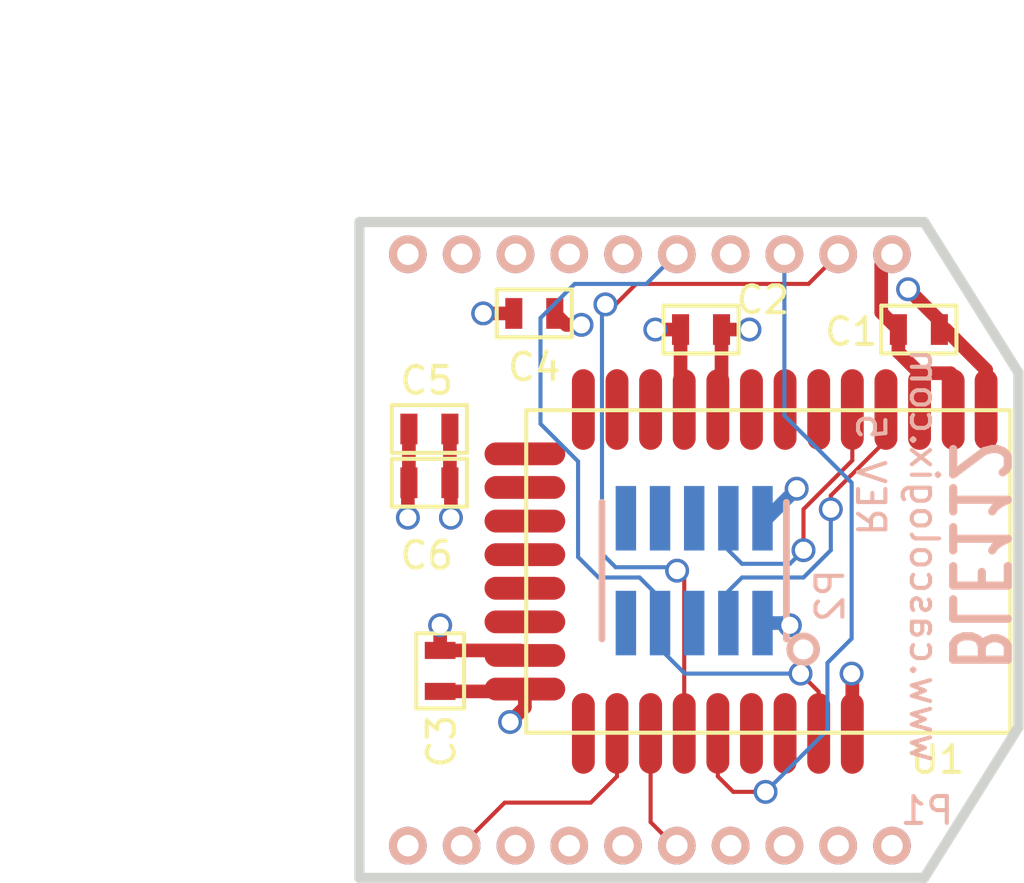
<source format=kicad_pcb>
(kicad_pcb (version 4) (host pcbnew "(2015-07-11 BZR 5925, Git c291b88)-product")

  (general
    (links 30)
    (no_connects 0)
    (area 85.517999 72.8948 129.691934 105.190501)
    (thickness 1.6002)
    (drawings 12)
    (tracks 127)
    (zones 0)
    (modules 9)
    (nets 43)
  )

  (page USLetter)
  (title_block
    (date 2015-07-15)
    (rev 5.0)
  )

  (layers
    (0 Front signal)
    (1 Pwr.Cu signal)
    (2 Gnd.Cu signal)
    (31 Back signal)
    (32 B.Adhes user)
    (33 F.Adhes user)
    (34 B.Paste user)
    (35 F.Paste user)
    (36 B.SilkS user)
    (37 F.SilkS user)
    (38 B.Mask user)
    (39 F.Mask user)
    (40 Dwgs.User user)
    (41 Cmts.User user)
    (42 Eco1.User user)
    (43 Eco2.User user)
    (44 Edge.Cuts user)
  )

  (setup
    (last_trace_width 0.1524)
    (user_trace_width 0.2032)
    (user_trace_width 0.254)
    (user_trace_width 0.381)
    (user_trace_width 0.508)
    (user_trace_width 0.635)
    (user_trace_width 0.762)
    (user_trace_width 0.889)
    (user_trace_width 1.016)
    (user_trace_width 1.27)
    (user_trace_width 1.524)
    (user_trace_width 2.032)
    (user_trace_width 2.54)
    (trace_clearance 0.1524)
    (zone_clearance 0.254)
    (zone_45_only no)
    (trace_min 0.1524)
    (segment_width 0.254)
    (edge_width 0.381)
    (via_size 0.889)
    (via_drill 0.635)
    (via_min_size 0.889)
    (via_min_drill 0.508)
    (uvia_size 0.508)
    (uvia_drill 0.127)
    (uvias_allowed no)
    (uvia_min_size 0.508)
    (uvia_min_drill 0.127)
    (pcb_text_width 0.3048)
    (pcb_text_size 1.524 2.032)
    (mod_edge_width 0.1524)
    (mod_text_size 1 1)
    (mod_text_width 0.1524)
    (pad_size 0.76 2.4)
    (pad_drill 0)
    (pad_to_mask_clearance 0.254)
    (aux_axis_origin 99 105)
    (grid_origin 99 105)
    (visible_elements 7FFEFFFF)
    (pcbplotparams
      (layerselection 0x011fc_80000007)
      (usegerberextensions false)
      (excludeedgelayer false)
      (linewidth 0.150000)
      (plotframeref true)
      (viasonmask false)
      (mode 1)
      (useauxorigin false)
      (hpglpennumber 1)
      (hpglpenspeed 20)
      (hpglpendiameter 15)
      (hpglpenoverlay 2)
      (psnegative false)
      (psa4output false)
      (plotreference true)
      (plotvalue false)
      (plotinvisibletext false)
      (padsonsilk false)
      (subtractmaskfromsilk false)
      (outputformat 4)
      (mirror false)
      (drillshape 0)
      (scaleselection 1)
      (outputdirectory P:/Engineering_SECURE/Projects/Bluetooth_LE/BlueGiga_BLE112_XBee_Module/Hardware/Drawing/))
  )

  (net 0 "")
  (net 1 CT)
  (net 2 GND)
  (net 3 P2_1)
  (net 4 P2_2)
  (net 5 RESET)
  (net 6 RT)
  (net 7 RX)
  (net 8 TX)
  (net 9 +3V3)
  (net 10 "Net-(P1-Pad6)")
  (net 11 "Net-(P1-Pad8)")
  (net 12 "Net-(U1-Pad6)")
  (net 13 "Net-(U1-Pad7)")
  (net 14 "Net-(U1-Pad8)")
  (net 15 "Net-(U1-Pad11)")
  (net 16 "Net-(U1-Pad12)")
  (net 17 "Net-(U1-Pad13)")
  (net 18 "Net-(U1-Pad14)")
  (net 19 "Net-(U1-Pad15)")
  (net 20 "Net-(U1-Pad16)")
  (net 21 "Net-(U1-Pad17)")
  (net 22 "Net-(U1-Pad18)")
  (net 23 "Net-(U1-Pad19)")
  (net 24 "Net-(U1-Pad22)")
  (net 25 "Net-(U1-Pad27)")
  (net 26 "Net-(U1-Pad28)")
  (net 27 "Net-(P1-Pad11)")
  (net 28 "Net-(P1-Pad13)")
  (net 29 "Net-(P1-Pad14)")
  (net 30 "Net-(P1-Pad15)")
  (net 31 "Net-(P1-Pad17)")
  (net 32 "Net-(P1-Pad18)")
  (net 33 "Net-(P1-Pad19)")
  (net 34 "Net-(P1-Pad20)")
  (net 35 "Net-(P1-Pad4)")
  (net 36 "Net-(P1-Pad7)")
  (net 37 "Net-(P1-Pad9)")
  (net 38 "Net-(P2-Pad5)")
  (net 39 "Net-(P2-Pad6)")
  (net 40 "Net-(P2-Pad8)")
  (net 41 "Net-(P2-Pad10)")
  (net 42 "Net-(P2-Pad9)")

  (net_class Default "This is the default net class."
    (clearance 0.1524)
    (trace_width 0.1524)
    (via_dia 0.889)
    (via_drill 0.635)
    (uvia_dia 0.508)
    (uvia_drill 0.127)
    (add_net +3V3)
    (add_net CT)
    (add_net "Net-(P1-Pad11)")
    (add_net "Net-(P1-Pad13)")
    (add_net "Net-(P1-Pad14)")
    (add_net "Net-(P1-Pad15)")
    (add_net "Net-(P1-Pad17)")
    (add_net "Net-(P1-Pad18)")
    (add_net "Net-(P1-Pad19)")
    (add_net "Net-(P1-Pad20)")
    (add_net "Net-(P1-Pad4)")
    (add_net "Net-(P1-Pad6)")
    (add_net "Net-(P1-Pad7)")
    (add_net "Net-(P1-Pad8)")
    (add_net "Net-(P1-Pad9)")
    (add_net "Net-(P2-Pad10)")
    (add_net "Net-(P2-Pad5)")
    (add_net "Net-(P2-Pad6)")
    (add_net "Net-(P2-Pad8)")
    (add_net "Net-(P2-Pad9)")
    (add_net "Net-(U1-Pad11)")
    (add_net "Net-(U1-Pad12)")
    (add_net "Net-(U1-Pad13)")
    (add_net "Net-(U1-Pad14)")
    (add_net "Net-(U1-Pad15)")
    (add_net "Net-(U1-Pad16)")
    (add_net "Net-(U1-Pad17)")
    (add_net "Net-(U1-Pad18)")
    (add_net "Net-(U1-Pad19)")
    (add_net "Net-(U1-Pad22)")
    (add_net "Net-(U1-Pad27)")
    (add_net "Net-(U1-Pad28)")
    (add_net "Net-(U1-Pad6)")
    (add_net "Net-(U1-Pad7)")
    (add_net "Net-(U1-Pad8)")
    (add_net P2_1)
    (add_net P2_2)
    (add_net RESET)
    (add_net RT)
    (add_net RX)
    (add_net TX)
  )

  (net_class Power ""
    (clearance 0.1524)
    (trace_width 0.508)
    (via_dia 0.889)
    (via_drill 0.635)
    (uvia_dia 0.508)
    (uvia_drill 0.127)
    (add_net GND)
  )

  (module HEADER_XBEE (layer Back) (tedit 553B9B3C) (tstamp 54542454)
    (at 118.8 92.8 90)
    (path /52660248)
    (fp_text reference P1 (at -9.7 1.3 180) (layer B.SilkS)
      (effects (font (size 1 1) (thickness 0.1524)) (justify mirror))
    )
    (fp_text value "XBEE HEADER" (at 0 2 90) (layer B.SilkS) hide
      (effects (font (size 1 1) (thickness 0.1524)) (justify mirror))
    )
    (pad 11 thru_hole circle (at -11 -18 90) (size 1.4 1.4) (drill 0.8) (layers *.Cu *.Mask B.SilkS)
      (net 27 "Net-(P1-Pad11)"))
    (pad 12 thru_hole circle (at -11 -16 90) (size 1.4 1.4) (drill 0.8) (layers *.Cu *.Mask B.SilkS)
      (net 6 RT))
    (pad 13 thru_hole circle (at -11 -14 90) (size 1.4 1.4) (drill 0.8) (layers *.Cu *.Mask B.SilkS)
      (net 28 "Net-(P1-Pad13)"))
    (pad 14 thru_hole circle (at -11 -12 90) (size 1.4 1.4) (drill 0.8) (layers *.Cu *.Mask B.SilkS)
      (net 29 "Net-(P1-Pad14)"))
    (pad 15 thru_hole circle (at -11 -10 90) (size 1.4 1.4) (drill 0.8) (layers *.Cu *.Mask B.SilkS)
      (net 30 "Net-(P1-Pad15)"))
    (pad 16 thru_hole circle (at -11 -8 90) (size 1.4 1.4) (drill 0.8) (layers *.Cu *.Mask B.SilkS)
      (net 1 CT))
    (pad 17 thru_hole circle (at -11 -6 90) (size 1.4 1.4) (drill 0.8) (layers *.Cu *.Mask B.SilkS)
      (net 31 "Net-(P1-Pad17)"))
    (pad 18 thru_hole circle (at -11 -4 90) (size 1.4 1.4) (drill 0.8) (layers *.Cu *.Mask B.SilkS)
      (net 32 "Net-(P1-Pad18)"))
    (pad 19 thru_hole circle (at -11 -2 90) (size 1.4 1.4) (drill 0.8) (layers *.Cu *.Mask B.SilkS)
      (net 33 "Net-(P1-Pad19)"))
    (pad 20 thru_hole circle (at -11 0 90) (size 1.4 1.4) (drill 0.8) (layers *.Cu *.Mask B.SilkS)
      (net 34 "Net-(P1-Pad20)"))
    (pad 1 thru_hole circle (at 11 0 90) (size 1.4 1.4) (drill 0.8) (layers *.Cu *.Mask B.SilkS)
      (net 9 +3V3))
    (pad 2 thru_hole circle (at 11 -2 90) (size 1.4 1.4) (drill 0.8) (layers *.Cu *.Mask B.SilkS)
      (net 8 TX))
    (pad 3 thru_hole circle (at 11 -4 90) (size 1.4 1.4) (drill 0.8) (layers *.Cu *.Mask B.SilkS)
      (net 7 RX))
    (pad 4 thru_hole circle (at 11 -6 90) (size 1.4 1.4) (drill 0.8) (layers *.Cu *.Mask B.SilkS)
      (net 35 "Net-(P1-Pad4)"))
    (pad 5 thru_hole circle (at 11 -8 90) (size 1.4 1.4) (drill 0.8) (layers *.Cu *.Mask B.SilkS)
      (net 5 RESET))
    (pad 6 thru_hole circle (at 11 -10 90) (size 1.4 1.4) (drill 0.8) (layers *.Cu *.Mask B.SilkS)
      (net 10 "Net-(P1-Pad6)"))
    (pad 7 thru_hole circle (at 11 -12 90) (size 1.4 1.4) (drill 0.8) (layers *.Cu *.Mask B.SilkS)
      (net 36 "Net-(P1-Pad7)"))
    (pad 8 thru_hole circle (at 11 -14 90) (size 1.4 1.4) (drill 0.8) (layers *.Cu *.Mask B.SilkS)
      (net 11 "Net-(P1-Pad8)"))
    (pad 9 thru_hole circle (at 11 -16 90) (size 1.4 1.4) (drill 0.8) (layers *.Cu *.Mask B.SilkS)
      (net 37 "Net-(P1-Pad9)"))
    (pad 10 thru_hole circle (at 11 -18 90) (size 1.4 1.4) (drill 0.8) (layers *.Cu *.Mask B.SilkS)
      (net 2 GND))
    (model C:/Engineering/KiCAD_Libraries/3D/Headers/VRML/HEADER_M_XBEE_ST_AU_PTH.wrl
      (at (xyz 0 0 0))
      (scale (xyz 1 1 1))
      (rotate (xyz 0 0 0))
    )
  )

  (module HEADER_50MIL_2R10P_SMT locked (layer Back) (tedit 55A6F454) (tstamp 544BF52A)
    (at 111.446 93.57 180)
    (tags Header)
    (path /553AE09D)
    (fp_text reference P2 (at -5.054 -0.93 450) (layer B.SilkS)
      (effects (font (size 1 1) (thickness 0.1524)) (justify mirror))
    )
    (fp_text value DEBUG (at 0 5.08 180) (layer B.SilkS) hide
      (effects (font (size 1 1) (thickness 0.1524)) (justify mirror))
    )
    (fp_line (start 3.429 2.54) (end 3.429 -2.54) (layer B.SilkS) (width 0.254))
    (fp_line (start -3.429 -2.54) (end -3.429 2.54) (layer B.SilkS) (width 0.254))
    (pad 1 smd rect (at -2.54 -1.95 180) (size 0.76 2.4) (layers Back B.Paste B.Mask)
      (net 2 GND))
    (pad 2 smd rect (at -2.54 1.95 180) (size 0.76 2.4) (layers Back B.Paste B.Mask)
      (net 9 +3V3))
    (pad 3 smd rect (at -1.27 -1.95 180) (size 0.76 2.4) (layers Back B.Paste B.Mask)
      (net 4 P2_2))
    (pad 4 smd rect (at -1.27 1.95 180) (size 0.76 2.4) (layers Back B.Paste B.Mask)
      (net 3 P2_1))
    (pad 5 smd rect (at 0 -1.95 180) (size 0.76 2.4) (layers Back B.Paste B.Mask)
      (net 38 "Net-(P2-Pad5)"))
    (pad 6 smd rect (at 0 1.95 180) (size 0.76 2.4) (layers Back B.Paste B.Mask)
      (net 39 "Net-(P2-Pad6)"))
    (pad 7 smd rect (at 1.27 -1.95 180) (size 0.76 2.4) (layers Back B.Paste B.Mask)
      (net 5 RESET))
    (pad 8 smd rect (at 1.27 1.95 180) (size 0.76 2.4) (layers Back B.Paste B.Mask)
      (net 40 "Net-(P2-Pad8)"))
    (pad 9 smd rect (at 2.54 -1.95 180) (size 0.76 2.4) (layers Back B.Paste B.Mask)
      (net 42 "Net-(P2-Pad9)"))
    (pad 10 smd rect (at 2.54 1.95 180) (size 0.76 2.4) (layers Back B.Paste B.Mask)
      (net 41 "Net-(P2-Pad10)"))
    (model C:/Engineering/KiCAD_Libraries/3D/Headers/VRML/HEADER_M_1.27MM_2R10P_ST_AU_SMT.wrl
      (at (xyz 0 0 0))
      (scale (xyz 1 1 1))
      (rotate (xyz 0 0 0))
    )
  )

  (module BLE112 locked (layer Front) (tedit 528428A2) (tstamp 527FD467)
    (at 114.2 93.6 270)
    (path /52578A70)
    (fp_text reference U1 (at 7 -6.3 360) (layer F.SilkS)
      (effects (font (size 1 1) (thickness 0.1524)))
    )
    (fp_text value BLE112-A (at 0 -11.43 270) (layer F.SilkS) hide
      (effects (font (size 1 1) (thickness 0.1524)))
    )
    (fp_line (start 6 -9) (end -6 -9) (layer F.SilkS) (width 0.1524))
    (fp_line (start -6 -9) (end -6 9) (layer F.SilkS) (width 0.1524))
    (fp_line (start -6 9) (end 6 9) (layer F.SilkS) (width 0.1524))
    (fp_line (start 6 9) (end 6 -9) (layer F.SilkS) (width 0.1524))
    (pad 1 smd oval (at -6.025 -8.1 270) (size 3 0.85) (layers Front F.Paste F.Mask)
      (net 2 GND))
    (pad 2 smd oval (at -6.025 -6.875 270) (size 3 0.85) (layers Front F.Paste F.Mask)
      (net 9 +3V3))
    (pad 3 smd oval (at -6.025 -5.625 270) (size 3 0.85) (layers Front F.Paste F.Mask)
      (net 9 +3V3))
    (pad 4 smd oval (at -6.025 -4.375 270) (size 3 0.85) (layers Front F.Paste F.Mask)
      (net 4 P2_2))
    (pad 5 smd oval (at -6.025 -3.125 270) (size 3 0.85) (layers Front F.Paste F.Mask)
      (net 3 P2_1))
    (pad 6 smd oval (at -6.025 -1.875 270) (size 3 0.85) (layers Front F.Paste F.Mask)
      (net 12 "Net-(U1-Pad6)"))
    (pad 7 smd oval (at -6.025 -0.625 270) (size 3 0.85) (layers Front F.Paste F.Mask)
      (net 13 "Net-(U1-Pad7)"))
    (pad 8 smd oval (at -6.025 0.625 270) (size 3 0.85) (layers Front F.Paste F.Mask)
      (net 14 "Net-(U1-Pad8)"))
    (pad 9 smd oval (at -6.025 1.875 270) (size 3 0.85) (layers Front F.Paste F.Mask)
      (net 9 +3V3))
    (pad 10 smd oval (at -6.025 3.125 270) (size 3 0.85) (layers Front F.Paste F.Mask)
      (net 2 GND))
    (pad 11 smd oval (at -6.025 4.375 270) (size 3 0.85) (layers Front F.Paste F.Mask)
      (net 15 "Net-(U1-Pad11)"))
    (pad 12 smd oval (at -6.025 5.625 270) (size 3 0.85) (layers Front F.Paste F.Mask)
      (net 16 "Net-(U1-Pad12)"))
    (pad 13 smd oval (at -6.025 6.875 270) (size 3 0.85) (layers Front F.Paste F.Mask)
      (net 17 "Net-(U1-Pad13)"))
    (pad 14 smd oval (at -4.375 9.05 270) (size 0.85 3) (layers Front F.Paste F.Mask)
      (net 18 "Net-(U1-Pad14)"))
    (pad 15 smd oval (at -3.125 9.05 270) (size 0.85 3) (layers Front F.Paste F.Mask)
      (net 19 "Net-(U1-Pad15)"))
    (pad 16 smd oval (at -1.875 9.05 270) (size 0.85 3) (layers Front F.Paste F.Mask)
      (net 20 "Net-(U1-Pad16)"))
    (pad 17 smd oval (at -0.625 9.05 270) (size 0.85 3) (layers Front F.Paste F.Mask)
      (net 21 "Net-(U1-Pad17)"))
    (pad 18 smd oval (at 0.625 9.05 270) (size 0.85 3) (layers Front F.Paste F.Mask)
      (net 22 "Net-(U1-Pad18)"))
    (pad 19 smd oval (at 1.875 9.05 270) (size 0.85 3) (layers Front F.Paste F.Mask)
      (net 23 "Net-(U1-Pad19)"))
    (pad 20 smd oval (at 3.125 9.05 270) (size 0.85 3) (layers Front F.Paste F.Mask)
      (net 9 +3V3))
    (pad 21 smd oval (at 4.375 9.05 270) (size 0.85 3) (layers Front F.Paste F.Mask)
      (net 2 GND))
    (pad 22 smd oval (at 6.025 6.875 270) (size 3 0.85) (layers Front F.Paste F.Mask)
      (net 24 "Net-(U1-Pad22)"))
    (pad 23 smd oval (at 6.025 5.625 270) (size 3 0.85) (layers Front F.Paste F.Mask)
      (net 6 RT))
    (pad 24 smd oval (at 6.025 4.375 270) (size 3 0.85) (layers Front F.Paste F.Mask)
      (net 1 CT))
    (pad 25 smd oval (at 6.025 3.125 270) (size 3 0.85) (layers Front F.Paste F.Mask)
      (net 8 TX))
    (pad 26 smd oval (at 6.025 1.875 270) (size 3 0.85) (layers Front F.Paste F.Mask)
      (net 7 RX))
    (pad 27 smd oval (at 6.025 0.625 270) (size 3 0.85) (layers Front F.Paste F.Mask)
      (net 25 "Net-(U1-Pad27)"))
    (pad 28 smd oval (at 6.025 -0.625 270) (size 3 0.85) (layers Front F.Paste F.Mask)
      (net 26 "Net-(U1-Pad28)"))
    (pad 29 smd oval (at 6.025 -1.875 270) (size 3 0.85) (layers Front F.Paste F.Mask)
      (net 5 RESET))
    (pad 30 smd oval (at 6.025 -3.125 270) (size 3 0.85) (layers Front F.Paste F.Mask)
      (net 2 GND))
    (model C:/Engineering/KiCAD_Libraries/3D/Modules/VRML/BLE112.wrl
      (at (xyz 0 0 0.005))
      (scale (xyz 1 1 1))
      (rotate (xyz 0 0 0.005))
    )
  )

  (module C0603 (layer Front) (tedit 55A6F44C) (tstamp 52772932)
    (at 101.6 90.3 180)
    (path /52771E69)
    (attr smd)
    (fp_text reference C6 (at 0.1 -2.7 180) (layer F.SilkS)
      (effects (font (size 1 1) (thickness 0.1524)))
    )
    (fp_text value 0.47u (at 0 1.524 180) (layer F.SilkS) hide
      (effects (font (size 1 1) (thickness 0.1524)))
    )
    (fp_line (start -1.397 -0.889) (end 1.397 -0.889) (layer F.SilkS) (width 0.1524))
    (fp_line (start 1.397 -0.889) (end 1.397 0.889) (layer F.SilkS) (width 0.1524))
    (fp_line (start 1.397 0.889) (end -1.397 0.889) (layer F.SilkS) (width 0.1524))
    (fp_line (start -1.397 0.889) (end -1.397 -0.889) (layer F.SilkS) (width 0.1524))
    (pad 1 smd rect (at -0.762 0 180) (size 0.635 1.143) (layers Front F.Paste F.Mask)
      (net 9 +3V3))
    (pad 2 smd rect (at 0.762 0 180) (size 0.635 1.143) (layers Front F.Paste F.Mask)
      (net 2 GND))
    (model C:/Engineering/KiCAD_Libraries/3D/Discrete/Passive/Capacitors/VRML/C0603.wrl
      (at (xyz 0 0 0.005))
      (scale (xyz 1 1 1))
      (rotate (xyz 0 0 0))
    )
  )

  (module C0603 (layer Front) (tedit 55A6E93D) (tstamp 52772926)
    (at 101.6 88.3 180)
    (path /52660266)
    (attr smd)
    (fp_text reference C5 (at 0.1 1.8 180) (layer F.SilkS)
      (effects (font (size 1 1) (thickness 0.1524)))
    )
    (fp_text value 4.7u (at 0 1.524 180) (layer F.SilkS) hide
      (effects (font (size 1 1) (thickness 0.1524)))
    )
    (fp_line (start -1.397 -0.889) (end 1.397 -0.889) (layer F.SilkS) (width 0.1524))
    (fp_line (start 1.397 -0.889) (end 1.397 0.889) (layer F.SilkS) (width 0.1524))
    (fp_line (start 1.397 0.889) (end -1.397 0.889) (layer F.SilkS) (width 0.1524))
    (fp_line (start -1.397 0.889) (end -1.397 -0.889) (layer F.SilkS) (width 0.1524))
    (pad 1 smd rect (at -0.762 0 180) (size 0.635 1.143) (layers Front F.Paste F.Mask)
      (net 9 +3V3))
    (pad 2 smd rect (at 0.762 0 180) (size 0.635 1.143) (layers Front F.Paste F.Mask)
      (net 2 GND))
    (model C:/Engineering/KiCAD_Libraries/3D/Discrete/Passive/Capacitors/VRML/C0603.wrl
      (at (xyz 0 0 0.005))
      (scale (xyz 1 1 1))
      (rotate (xyz 0 0 0))
    )
  )

  (module C0603 (layer Front) (tedit 55A6E949) (tstamp 5277291A)
    (at 105.5 84)
    (path /5266027A)
    (attr smd)
    (fp_text reference C4 (at 0 2) (layer F.SilkS)
      (effects (font (size 1 1) (thickness 0.1524)))
    )
    (fp_text value 4.7u (at 0 1.524) (layer F.SilkS) hide
      (effects (font (size 1 1) (thickness 0.1524)))
    )
    (fp_line (start -1.397 -0.889) (end 1.397 -0.889) (layer F.SilkS) (width 0.1524))
    (fp_line (start 1.397 -0.889) (end 1.397 0.889) (layer F.SilkS) (width 0.1524))
    (fp_line (start 1.397 0.889) (end -1.397 0.889) (layer F.SilkS) (width 0.1524))
    (fp_line (start -1.397 0.889) (end -1.397 -0.889) (layer F.SilkS) (width 0.1524))
    (pad 1 smd rect (at -0.762 0) (size 0.635 1.143) (layers Front F.Paste F.Mask)
      (net 9 +3V3))
    (pad 2 smd rect (at 0.762 0) (size 0.635 1.143) (layers Front F.Paste F.Mask)
      (net 2 GND))
    (model C:/Engineering/KiCAD_Libraries/3D/Discrete/Passive/Capacitors/VRML/C0603.wrl
      (at (xyz 0 0 0.005))
      (scale (xyz 1 1 1))
      (rotate (xyz 0 0 0))
    )
  )

  (module C0603 (layer Front) (tedit 5478BD85) (tstamp 5277290E)
    (at 102 97.3 270)
    (path /52771F7A)
    (attr smd)
    (fp_text reference C3 (at 2.62 -0.048 270) (layer F.SilkS)
      (effects (font (size 1 1) (thickness 0.1524)))
    )
    (fp_text value 1u (at 0 1.524 270) (layer F.SilkS) hide
      (effects (font (size 1 1) (thickness 0.1524)))
    )
    (fp_line (start -1.397 -0.889) (end 1.397 -0.889) (layer F.SilkS) (width 0.1524))
    (fp_line (start 1.397 -0.889) (end 1.397 0.889) (layer F.SilkS) (width 0.1524))
    (fp_line (start 1.397 0.889) (end -1.397 0.889) (layer F.SilkS) (width 0.1524))
    (fp_line (start -1.397 0.889) (end -1.397 -0.889) (layer F.SilkS) (width 0.1524))
    (pad 1 smd rect (at -0.762 0 270) (size 0.635 1.143) (layers Front F.Paste F.Mask)
      (net 9 +3V3))
    (pad 2 smd rect (at 0.762 0 270) (size 0.635 1.143) (layers Front F.Paste F.Mask)
      (net 2 GND))
    (model C:/Engineering/KiCAD_Libraries/3D/Discrete/Passive/Capacitors/VRML/C0603.wrl
      (at (xyz 0 0 0.005))
      (scale (xyz 1 1 1))
      (rotate (xyz 0 0 0))
    )
  )

  (module C0603 (layer Front) (tedit 55A6E94F) (tstamp 52772902)
    (at 111.7 84.6 180)
    (path /52771F6F)
    (attr smd)
    (fp_text reference C2 (at -2.3 1.1 180) (layer F.SilkS)
      (effects (font (size 1 1) (thickness 0.1524)))
    )
    (fp_text value 1u (at 0 1.524 180) (layer F.SilkS) hide
      (effects (font (size 1 1) (thickness 0.1524)))
    )
    (fp_line (start -1.397 -0.889) (end 1.397 -0.889) (layer F.SilkS) (width 0.1524))
    (fp_line (start 1.397 -0.889) (end 1.397 0.889) (layer F.SilkS) (width 0.1524))
    (fp_line (start 1.397 0.889) (end -1.397 0.889) (layer F.SilkS) (width 0.1524))
    (fp_line (start -1.397 0.889) (end -1.397 -0.889) (layer F.SilkS) (width 0.1524))
    (pad 1 smd rect (at -0.762 0 180) (size 0.635 1.143) (layers Front F.Paste F.Mask)
      (net 9 +3V3))
    (pad 2 smd rect (at 0.762 0 180) (size 0.635 1.143) (layers Front F.Paste F.Mask)
      (net 2 GND))
    (model C:/Engineering/KiCAD_Libraries/3D/Discrete/Passive/Capacitors/VRML/C0603.wrl
      (at (xyz 0 0 0.005))
      (scale (xyz 1 1 1))
      (rotate (xyz 0 0 0))
    )
  )

  (module C0603 (layer Front) (tedit 5478BD8B) (tstamp 527728F6)
    (at 119.8 84.6)
    (path /52771F50)
    (attr smd)
    (fp_text reference C1 (at -2.512 0.08) (layer F.SilkS)
      (effects (font (size 1 1) (thickness 0.1524)))
    )
    (fp_text value 1u (at 0 1.524) (layer F.SilkS) hide
      (effects (font (size 1 1) (thickness 0.1524)))
    )
    (fp_line (start -1.397 -0.889) (end 1.397 -0.889) (layer F.SilkS) (width 0.1524))
    (fp_line (start 1.397 -0.889) (end 1.397 0.889) (layer F.SilkS) (width 0.1524))
    (fp_line (start 1.397 0.889) (end -1.397 0.889) (layer F.SilkS) (width 0.1524))
    (fp_line (start -1.397 0.889) (end -1.397 -0.889) (layer F.SilkS) (width 0.1524))
    (pad 1 smd rect (at -0.762 0) (size 0.635 1.143) (layers Front F.Paste F.Mask)
      (net 9 +3V3))
    (pad 2 smd rect (at 0.762 0) (size 0.635 1.143) (layers Front F.Paste F.Mask)
      (net 2 GND))
    (model C:/Engineering/KiCAD_Libraries/3D/Discrete/Passive/Capacitors/VRML/C0603.wrl
      (at (xyz 0 0 0.005))
      (scale (xyz 1 1 1))
      (rotate (xyz 0 0 0))
    )
  )

  (gr_circle (center 115.5 96.5) (end 116 96.5) (layer B.SilkS) (width 0.254))
  (gr_text "REV 5" (at 118 90 270) (layer B.SilkS)
    (effects (font (size 1.016 1.016) (thickness 0.1524)) (justify mirror))
  )
  (gr_text BLE112 (at 122 93 270) (layer B.SilkS)
    (effects (font (size 2.032 1.524) (thickness 0.3048)) (justify mirror))
  )
  (gr_text www.cascologix.com (at 120 93 270) (layer B.SilkS)
    (effects (font (size 1.016 1.016) (thickness 0.1524)) (justify mirror))
  )
  (dimension 24.4 (width 0.3048) (layer Dwgs.User)
    (gr_text "24.400 mm" (at 92.2744 92.8 90) (layer Dwgs.User)
      (effects (font (size 2.032 1.524) (thickness 0.3048)))
    )
    (feature1 (pts (xy 98 80.6) (xy 90.6488 80.6)))
    (feature2 (pts (xy 98 105) (xy 90.6488 105)))
    (crossbar (pts (xy 93.9 105) (xy 93.9 80.6)))
    (arrow1a (pts (xy 93.9 80.6) (xy 94.486421 81.726504)))
    (arrow1b (pts (xy 93.9 80.6) (xy 93.313579 81.726504)))
    (arrow2a (pts (xy 93.9 105) (xy 94.486421 103.873496)))
    (arrow2b (pts (xy 93.9 105) (xy 93.313579 103.873496)))
  )
  (dimension 24.5 (width 0.3048) (layer Dwgs.User)
    (gr_text "24.500 mm" (at 111.25 74.7744) (layer Dwgs.User)
      (effects (font (size 2.032 1.524) (thickness 0.3048)))
    )
    (feature1 (pts (xy 123.5 79.6) (xy 123.5 73.1488)))
    (feature2 (pts (xy 99 79.6) (xy 99 73.1488)))
    (crossbar (pts (xy 99 76.4) (xy 123.5 76.4)))
    (arrow1a (pts (xy 123.5 76.4) (xy 122.373496 76.986421)))
    (arrow1b (pts (xy 123.5 76.4) (xy 122.373496 75.813579)))
    (arrow2a (pts (xy 99 76.4) (xy 100.126504 76.986421)))
    (arrow2b (pts (xy 99 76.4) (xy 100.126504 75.813579)))
  )
  (gr_line (start 123.5 99.4) (end 123.5 86.2) (angle 90) (layer Edge.Cuts) (width 0.381))
  (gr_line (start 120 105) (end 123.5 99.4) (angle 90) (layer Edge.Cuts) (width 0.381))
  (gr_line (start 120 80.6) (end 123.5 86.2) (angle 90) (layer Edge.Cuts) (width 0.381))
  (gr_line (start 99 80.6) (end 120 80.6) (angle 90) (layer Edge.Cuts) (width 0.381))
  (gr_line (start 99 105) (end 120 105) (angle 90) (layer Edge.Cuts) (width 0.381))
  (gr_line (start 99 80.6) (end 99 105) (angle 90) (layer Edge.Cuts) (width 0.381))

  (segment (start 110.7 103.8) (end 109.825 102.925) (width 0.1524) (layer Front) (net 1) (tstamp 52842001))
  (segment (start 110.8 103.8) (end 110.7 103.8) (width 0.1524) (layer Front) (net 1))
  (segment (start 109.825 102.925) (end 109.825 99.625) (width 0.1524) (layer Front) (net 1))
  (segment (start 120.562 84.262) (end 119.4 83.1) (width 0.508) (layer Front) (net 2) (tstamp 5281B2A6))
  (via (at 119.4 83.1) (size 0.889) (layers Front Back) (net 2))
  (segment (start 110.938 87.438) (end 110.938 84.6) (width 0.508) (layer Front) (net 2) (tstamp 527FD98F))
  (segment (start 111.075 87.575) (end 110.938 87.438) (width 0.508) (layer Front) (net 2))
  (via (at 110 84.6) (size 0.889) (layers Front Back) (net 2))
  (segment (start 110.938 84.6) (end 110 84.6) (width 0.508) (layer Front) (net 2))
  (segment (start 100.838 90.3) (end 100.838 88.3) (width 0.508) (layer Front) (net 2))
  (segment (start 100.8 90.338) (end 100.8 91.6) (width 0.508) (layer Front) (net 2) (tstamp 527FD9C2))
  (via (at 100.8 91.6) (size 0.889) (layers Front Back) (net 2))
  (segment (start 100.838 90.3) (end 100.8 90.338) (width 0.508) (layer Front) (net 2))
  (segment (start 105.063 98.062) (end 102 98.062) (width 0.508) (layer Front) (net 2) (tstamp 527FD9C6))
  (segment (start 105.15 97.975) (end 105.063 98.062) (width 0.508) (layer Front) (net 2))
  (segment (start 105.15 98.65) (end 104.6 99.2) (width 0.508) (layer Front) (net 2) (tstamp 527FD9CC))
  (via (at 104.6 99.2) (size 0.889) (layers Front Back) (net 2))
  (segment (start 105.15 97.975) (end 105.15 98.65) (width 0.508) (layer Front) (net 2))
  (segment (start 117.325 97.425) (end 117.3 97.4) (width 0.508) (layer Front) (net 2) (tstamp 527FD9F4))
  (via (at 117.3 97.4) (size 0.889) (layers Front Back) (net 2))
  (segment (start 117.325 99.625) (end 117.325 97.425) (width 0.508) (layer Front) (net 2))
  (segment (start 120.562 84.6) (end 120.562 84.262) (width 0.508) (layer Front) (net 2))
  (segment (start 122.3 86.1) (end 120.8 84.6) (width 0.508) (layer Front) (net 2) (tstamp 5281B2B5))
  (segment (start 120.8 84.6) (end 120.562 84.6) (width 0.508) (layer Front) (net 2) (tstamp 5281B2BD))
  (segment (start 122.3 87.575) (end 122.3 86.1) (width 0.508) (layer Front) (net 2))
  (segment (start 114.92 95.52) (end 115.002 95.602) (width 0.508) (layer Back) (net 2) (tstamp 544BF635))
  (via (at 115.002 95.602) (size 0.889) (layers Front Back) (net 2))
  (segment (start 113.986 95.52) (end 114.92 95.52) (width 0.508) (layer Back) (net 2))
  (segment (start 106.688 84.426) (end 107.255 84.426) (width 0.508) (layer Front) (net 2) (tstamp 544BF6C6))
  (via (at 107.255 84.426) (size 0.889) (layers Front Back) (net 2))
  (segment (start 106.262 84) (end 106.688 84.426) (width 0.508) (layer Front) (net 2))
  (segment (start 112.716 92.808) (end 113.224 93.316) (width 0.1524) (layer Back) (net 3) (tstamp 544BF605))
  (segment (start 113.224 93.316) (end 115.002 93.316) (width 0.1524) (layer Back) (net 3) (tstamp 544BF606))
  (segment (start 115.002 93.316) (end 115.51 92.808) (width 0.1524) (layer Back) (net 3) (tstamp 544BF607))
  (via (at 115.51 92.808) (size 0.889) (layers Front Back) (net 3))
  (segment (start 115.51 92.808) (end 115.51 91.284) (width 0.1524) (layer Front) (net 3) (tstamp 544BF609))
  (segment (start 115.51 91.284) (end 117.325 89.469) (width 0.1524) (layer Front) (net 3) (tstamp 544BF60A))
  (segment (start 117.325 89.469) (end 117.325 87.575) (width 0.1524) (layer Front) (net 3) (tstamp 544BF60C))
  (segment (start 112.716 91.62) (end 112.716 92.808) (width 0.1524) (layer Back) (net 3))
  (segment (start 116.526 90.776) (end 118.575 88.727) (width 0.1524) (layer Front) (net 4) (tstamp 544C2042))
  (segment (start 118.575 88.727) (end 118.575 87.575) (width 0.1524) (layer Front) (net 4) (tstamp 544C204D))
  (segment (start 116.526 92.808) (end 116.526 91.284) (width 0.1524) (layer Back) (net 4))
  (segment (start 112.716 94.332) (end 113.224 93.824) (width 0.1524) (layer Back) (net 4) (tstamp 544BF5D1))
  (segment (start 113.224 93.824) (end 115.51 93.824) (width 0.1524) (layer Back) (net 4) (tstamp 544BF5D2))
  (segment (start 115.51 93.824) (end 116.526 92.808) (width 0.1524) (layer Back) (net 4) (tstamp 544BF5D4))
  (via (at 116.526 91.284) (size 0.889) (layers Front Back) (net 4))
  (segment (start 112.716 95.52) (end 112.716 94.332) (width 0.1524) (layer Back) (net 4))
  (segment (start 116.526 91.284) (end 116.526 90.776) (width 0.1524) (layer Front) (net 4))
  (segment (start 107.128 93.062) (end 107.89 93.824) (width 0.1524) (layer Back) (net 5) (tstamp 544BF586))
  (segment (start 107.89 93.824) (end 109.414 93.824) (width 0.1524) (layer Back) (net 5) (tstamp 544BF588))
  (segment (start 109.414 93.824) (end 110.176 94.586) (width 0.1524) (layer Back) (net 5) (tstamp 544BF58A))
  (segment (start 110.176 94.586) (end 110.176 95.52) (width 0.1524) (layer Back) (net 5) (tstamp 544BF58B))
  (segment (start 107.128 89.506) (end 107.128 92.046) (width 0.1524) (layer Back) (net 5) (tstamp 544BF6B8))
  (segment (start 107.128 92.046) (end 107.128 93.062) (width 0.1524) (layer Back) (net 5))
  (segment (start 110.176 95.52) (end 110.176 96.618) (width 0.1524) (layer Back) (net 5))
  (segment (start 110.77 81.8) (end 109.668 82.902) (width 0.1524) (layer Back) (net 5) (tstamp 544BF6AD))
  (segment (start 109.668 82.902) (end 107.001 82.902) (width 0.1524) (layer Back) (net 5) (tstamp 544BF6AE))
  (segment (start 107.001 82.902) (end 105.731 84.172) (width 0.1524) (layer Back) (net 5) (tstamp 544BF6B0))
  (segment (start 105.731 84.172) (end 105.731 88.109) (width 0.1524) (layer Back) (net 5) (tstamp 544BF6B2))
  (segment (start 105.731 88.109) (end 107.128 89.506) (width 0.1524) (layer Back) (net 5) (tstamp 544BF6B4))
  (segment (start 110.8 81.8) (end 110.77 81.8) (width 0.1524) (layer Back) (net 5))
  (segment (start 116.018 99.568) (end 116.075 99.625) (width 0.1524) (layer Front) (net 5) (tstamp 544BF5CE))
  (segment (start 111.1 97.4) (end 115.4 97.4) (width 0.1524) (layer Back) (net 5) (tstamp 5545112B))
  (via (at 115.4 97.4) (size 0.889) (layers Front Back) (net 5))
  (segment (start 115.4 97.4) (end 116.075 98.075) (width 0.1524) (layer Front) (net 5) (tstamp 55451138))
  (segment (start 116.075 98.075) (end 116.075 99.625) (width 0.1524) (layer Front) (net 5) (tstamp 55451139))
  (segment (start 110.176 96.476) (end 111.1 97.4) (width 0.1524) (layer Back) (net 5) (tstamp 5545111C))
  (segment (start 110.176 95.52) (end 110.176 96.476) (width 0.1524) (layer Back) (net 5))
  (segment (start 104.4 102.2) (end 107.6 102.2) (width 0.1524) (layer Front) (net 6) (tstamp 55451109))
  (segment (start 107.6 102.2) (end 108.575 101.225) (width 0.1524) (layer Front) (net 6) (tstamp 55451111))
  (segment (start 108.575 101.225) (end 108.575 99.625) (width 0.1524) (layer Front) (net 6) (tstamp 55451113))
  (segment (start 102.8 103.8) (end 104.4 102.2) (width 0.1524) (layer Front) (net 6))
  (segment (start 114.8 87.8) (end 117.3 90.3) (width 0.1524) (layer Back) (net 7) (tstamp 55451149))
  (segment (start 117.3 90.3) (end 117.3 96.1) (width 0.1524) (layer Back) (net 7) (tstamp 55451151))
  (segment (start 117.3 96.1) (end 116.4 97) (width 0.1524) (layer Back) (net 7) (tstamp 55451157))
  (segment (start 116.4 97) (end 116.4 99.5) (width 0.1524) (layer Back) (net 7) (tstamp 5545115C))
  (segment (start 116.4 99.5) (end 114.1 101.8) (width 0.1524) (layer Back) (net 7) (tstamp 5545115F))
  (via (at 114.1 101.8) (size 0.889) (layers Front Back) (net 7))
  (segment (start 114.1 101.8) (end 112.9 101.8) (width 0.1524) (layer Front) (net 7) (tstamp 55451174))
  (segment (start 112.9 101.8) (end 112.325 101.225) (width 0.1524) (layer Front) (net 7) (tstamp 55451175))
  (segment (start 112.325 101.225) (end 112.325 99.625) (width 0.1524) (layer Front) (net 7) (tstamp 55451178))
  (segment (start 114.8 81.8) (end 114.8 87.8) (width 0.1524) (layer Back) (net 7))
  (segment (start 110.811 93.57) (end 111.075 93.834) (width 0.1524) (layer Front) (net 8) (tstamp 544BF6D8))
  (segment (start 111.075 93.834) (end 111.075 99.625) (width 0.1524) (layer Front) (net 8) (tstamp 544BF6D9))
  (segment (start 108.144 83.664) (end 108.017 83.791) (width 0.1524) (layer Back) (net 8))
  (segment (start 109.033 83.156) (end 108.525 83.664) (width 0.1524) (layer Front) (net 8))
  (segment (start 115.698 82.902) (end 109.287 82.902) (width 0.1524) (layer Front) (net 8) (tstamp 544BF698))
  (segment (start 109.287 82.902) (end 109.033 83.156) (width 0.1524) (layer Front) (net 8) (tstamp 544BF69C))
  (segment (start 116.8 81.8) (end 115.698 82.902) (width 0.1524) (layer Front) (net 8))
  (segment (start 108.144 83.664) (end 108.525 83.664) (width 0.1524) (layer Front) (net 8) (tstamp 544BF6BB))
  (via (at 108.144 83.664) (size 0.889) (layers Front Back) (net 8))
  (segment (start 110.684 93.443) (end 110.811 93.57) (width 0.1524) (layer Back) (net 8) (tstamp 544BF6D3))
  (segment (start 108.525 93.443) (end 110.684 93.443) (width 0.1524) (layer Back) (net 8) (tstamp 544BF6D2))
  (segment (start 108.017 92.935) (end 108.525 93.443) (width 0.1524) (layer Back) (net 8) (tstamp 544BF6D1))
  (segment (start 108.017 83.791) (end 108.017 92.935) (width 0.1524) (layer Back) (net 8) (tstamp 544BF6D0))
  (via (at 110.811 93.57) (size 0.889) (layers Front Back) (net 8))
  (segment (start 102.362 90.3) (end 102.362 88.3) (width 0.508) (layer Front) (net 9))
  (segment (start 119.825 87.575) (end 119.825 86.225) (width 0.508) (layer Front) (net 9))
  (segment (start 112.462 87.438) (end 112.325 87.575) (width 0.508) (layer Front) (net 9) (tstamp 527FD988))
  (segment (start 112.462 84.6) (end 112.462 87.438) (width 0.508) (layer Front) (net 9))
  (segment (start 104.963 96.538) (end 105.15 96.725) (width 0.508) (layer Front) (net 9) (tstamp 527FD9C9))
  (segment (start 103 96.538) (end 104.963 96.538) (width 0.508) (layer Front) (net 9) (tstamp 527FD9D1))
  (segment (start 102 96.538) (end 103 96.538) (width 0.508) (layer Front) (net 9))
  (segment (start 119.825 86.225) (end 119.825 87.575) (width 0.508) (layer Front) (net 9) (tstamp 527FDBA0))
  (segment (start 120.975 86.225) (end 119.825 86.225) (width 0.508) (layer Front) (net 9) (tstamp 527FDB99))
  (segment (start 121.075 86.325) (end 120.975 86.225) (width 0.508) (layer Front) (net 9) (tstamp 527FDBA8))
  (segment (start 121.075 87.575) (end 121.075 86.325) (width 0.508) (layer Front) (net 9))
  (segment (start 119.825 86.225) (end 119.825 87.575) (width 0.508) (layer Front) (net 9) (tstamp 5281B2A4))
  (segment (start 119.038 85.438) (end 119.825 86.225) (width 0.508) (layer Front) (net 9) (tstamp 5281B2A0))
  (segment (start 119.038 84.6) (end 119.038 85.438) (width 0.508) (layer Front) (net 9))
  (segment (start 114.158 91.62) (end 115.256 90.522) (width 0.508) (layer Back) (net 9) (tstamp 544BF63E))
  (via (at 115.256 90.522) (size 0.889) (layers Front Back) (net 9))
  (segment (start 113.986 91.62) (end 114.158 91.62) (width 0.508) (layer Back) (net 9))
  (via (at 103.6 84) (size 0.889) (layers Front Back) (net 9))
  (segment (start 104.738 84) (end 103.6 84) (width 0.508) (layer Front) (net 9))
  (segment (start 118.4 82.2) (end 118.8 81.8) (width 0.508) (layer Front) (net 9) (tstamp 5545105B))
  (segment (start 118.4 83.962) (end 118.4 82.2) (width 0.508) (layer Front) (net 9) (tstamp 55451056))
  (segment (start 119.038 84.6) (end 118.4 83.962) (width 0.508) (layer Front) (net 9))
  (via (at 113.5 84.6) (size 0.889) (layers Front Back) (net 9))
  (segment (start 112.462 84.6) (end 113.5 84.6) (width 0.508) (layer Front) (net 9))
  (via (at 102.4 91.6) (size 0.889) (layers Front Back) (net 9))
  (segment (start 102.4 90.338) (end 102.4 91.6) (width 0.508) (layer Front) (net 9) (tstamp 55451076))
  (segment (start 102.362 90.3) (end 102.4 90.338) (width 0.508) (layer Front) (net 9))
  (via (at 102 95.6) (size 0.889) (layers Front Back) (net 9))
  (segment (start 102 96.538) (end 102 95.6) (width 0.508) (layer Front) (net 9))
  (segment (start 108.906 95.52) (end 108.906 95.602) (width 0.508) (layer Back) (net 42))
  (segment (start 108.906 95.52) (end 108.906 96.394) (width 0.508) (layer Back) (net 42))

  (zone (net 2) (net_name GND) (layer Gnd.Cu) (tstamp 527FDEFA) (hatch edge 0.508)
    (connect_pads (clearance 0.254))
    (min_thickness 0.254)
    (fill yes (arc_segments 16) (thermal_gap 0.508) (thermal_bridge_width 0.508))
    (polygon
      (pts
        (xy 117.8 105) (xy 99 105) (xy 99 80.6) (xy 120 80.6) (xy 123.5 86.2)
        (xy 123.5 89.2) (xy 117.8 89.2)
      )
    )
    (filled_polygon
      (pts
        (xy 122.9285 86.363905) (xy 122.9285 89.073) (xy 117.8 89.073) (xy 117.751399 89.082667) (xy 117.710197 89.110197)
        (xy 117.682667 89.151399) (xy 117.673 89.2) (xy 117.673 103.144424) (xy 117.413137 102.884107) (xy 117.015968 102.719188)
        (xy 116.585919 102.718813) (xy 116.188463 102.883038) (xy 115.884107 103.186863) (xy 115.799997 103.389423) (xy 115.716962 103.188463)
        (xy 115.413137 102.884107) (xy 115.015968 102.719188) (xy 114.585919 102.718813) (xy 114.188463 102.883038) (xy 113.884107 103.186863)
        (xy 113.799997 103.389423) (xy 113.716962 103.188463) (xy 113.413137 102.884107) (xy 113.015968 102.719188) (xy 112.585919 102.718813)
        (xy 112.188463 102.883038) (xy 111.884107 103.186863) (xy 111.799997 103.389423) (xy 111.716962 103.188463) (xy 111.413137 102.884107)
        (xy 111.015968 102.719188) (xy 110.585919 102.718813) (xy 110.188463 102.883038) (xy 109.884107 103.186863) (xy 109.799997 103.389423)
        (xy 109.716962 103.188463) (xy 109.413137 102.884107) (xy 109.015968 102.719188) (xy 108.585919 102.718813) (xy 108.188463 102.883038)
        (xy 107.884107 103.186863) (xy 107.799997 103.389423) (xy 107.716962 103.188463) (xy 107.413137 102.884107) (xy 107.015968 102.719188)
        (xy 106.585919 102.718813) (xy 106.188463 102.883038) (xy 105.884107 103.186863) (xy 105.799997 103.389423) (xy 105.716962 103.188463)
        (xy 105.413137 102.884107) (xy 105.015968 102.719188) (xy 104.585919 102.718813) (xy 104.188463 102.883038) (xy 103.884107 103.186863)
        (xy 103.799997 103.389423) (xy 103.716962 103.188463) (xy 103.413137 102.884107) (xy 103.015968 102.719188) (xy 102.585919 102.718813)
        (xy 102.188463 102.883038) (xy 101.884107 103.186863) (xy 101.799997 103.389423) (xy 101.716962 103.188463) (xy 101.413137 102.884107)
        (xy 101.015968 102.719188) (xy 100.585919 102.718813) (xy 100.188463 102.883038) (xy 99.884107 103.186863) (xy 99.719188 103.584032)
        (xy 99.718813 104.014081) (xy 99.883038 104.411537) (xy 99.899971 104.4285) (xy 99.5715 104.4285) (xy 99.5715 101.963482)
        (xy 113.274357 101.963482) (xy 113.399767 102.266998) (xy 113.631781 102.499417) (xy 113.935077 102.625357) (xy 114.263482 102.625643)
        (xy 114.566998 102.500233) (xy 114.799417 102.268219) (xy 114.925357 101.964923) (xy 114.925643 101.636518) (xy 114.800233 101.333002)
        (xy 114.568219 101.100583) (xy 114.264923 100.974643) (xy 113.936518 100.974357) (xy 113.633002 101.099767) (xy 113.400583 101.331781)
        (xy 113.274643 101.635077) (xy 113.274357 101.963482) (xy 99.5715 101.963482) (xy 99.5715 97.563482) (xy 114.574357 97.563482)
        (xy 114.699767 97.866998) (xy 114.931781 98.099417) (xy 115.235077 98.225357) (xy 115.563482 98.225643) (xy 115.866998 98.100233)
        (xy 116.099417 97.868219) (xy 116.225357 97.564923) (xy 116.225643 97.236518) (xy 116.100233 96.933002) (xy 115.868219 96.700583)
        (xy 115.564923 96.574643) (xy 115.236518 96.574357) (xy 114.933002 96.699767) (xy 114.700583 96.931781) (xy 114.574643 97.235077)
        (xy 114.574357 97.563482) (xy 99.5715 97.563482) (xy 99.5715 95.763482) (xy 101.174357 95.763482) (xy 101.299767 96.066998)
        (xy 101.531781 96.299417) (xy 101.835077 96.425357) (xy 102.163482 96.425643) (xy 102.466998 96.300233) (xy 102.699417 96.068219)
        (xy 102.825357 95.764923) (xy 102.825643 95.436518) (xy 102.700233 95.133002) (xy 102.468219 94.900583) (xy 102.164923 94.774643)
        (xy 101.836518 94.774357) (xy 101.533002 94.899767) (xy 101.300583 95.131781) (xy 101.174643 95.435077) (xy 101.174357 95.763482)
        (xy 99.5715 95.763482) (xy 99.5715 93.733482) (xy 109.985357 93.733482) (xy 110.110767 94.036998) (xy 110.342781 94.269417)
        (xy 110.646077 94.395357) (xy 110.974482 94.395643) (xy 111.277998 94.270233) (xy 111.510417 94.038219) (xy 111.636357 93.734923)
        (xy 111.636643 93.406518) (xy 111.511233 93.103002) (xy 111.379943 92.971482) (xy 114.684357 92.971482) (xy 114.809767 93.274998)
        (xy 115.041781 93.507417) (xy 115.345077 93.633357) (xy 115.673482 93.633643) (xy 115.976998 93.508233) (xy 116.209417 93.276219)
        (xy 116.335357 92.972923) (xy 116.335643 92.644518) (xy 116.210233 92.341002) (xy 115.978219 92.108583) (xy 115.674923 91.982643)
        (xy 115.346518 91.982357) (xy 115.043002 92.107767) (xy 114.810583 92.339781) (xy 114.684643 92.643077) (xy 114.684357 92.971482)
        (xy 111.379943 92.971482) (xy 111.279219 92.870583) (xy 110.975923 92.744643) (xy 110.647518 92.744357) (xy 110.344002 92.869767)
        (xy 110.111583 93.101781) (xy 109.985643 93.405077) (xy 109.985357 93.733482) (xy 99.5715 93.733482) (xy 99.5715 91.763482)
        (xy 101.574357 91.763482) (xy 101.699767 92.066998) (xy 101.931781 92.299417) (xy 102.235077 92.425357) (xy 102.563482 92.425643)
        (xy 102.866998 92.300233) (xy 103.099417 92.068219) (xy 103.225357 91.764923) (xy 103.225643 91.436518) (xy 103.100233 91.133002)
        (xy 102.868219 90.900583) (xy 102.564923 90.774643) (xy 102.236518 90.774357) (xy 101.933002 90.899767) (xy 101.700583 91.131781)
        (xy 101.574643 91.435077) (xy 101.574357 91.763482) (xy 99.5715 91.763482) (xy 99.5715 90.685482) (xy 114.430357 90.685482)
        (xy 114.555767 90.988998) (xy 114.787781 91.221417) (xy 115.091077 91.347357) (xy 115.419482 91.347643) (xy 115.700545 91.23151)
        (xy 115.700357 91.447482) (xy 115.825767 91.750998) (xy 116.057781 91.983417) (xy 116.361077 92.109357) (xy 116.689482 92.109643)
        (xy 116.992998 91.984233) (xy 117.225417 91.752219) (xy 117.351357 91.448923) (xy 117.351643 91.120518) (xy 117.226233 90.817002)
        (xy 116.994219 90.584583) (xy 116.690923 90.458643) (xy 116.362518 90.458357) (xy 116.081455 90.57449) (xy 116.081643 90.358518)
        (xy 115.956233 90.055002) (xy 115.724219 89.822583) (xy 115.420923 89.696643) (xy 115.092518 89.696357) (xy 114.789002 89.821767)
        (xy 114.556583 90.053781) (xy 114.430643 90.357077) (xy 114.430357 90.685482) (xy 99.5715 90.685482) (xy 99.5715 84.163482)
        (xy 102.774357 84.163482) (xy 102.899767 84.466998) (xy 103.131781 84.699417) (xy 103.435077 84.825357) (xy 103.763482 84.825643)
        (xy 103.913923 84.763482) (xy 112.674357 84.763482) (xy 112.799767 85.066998) (xy 113.031781 85.299417) (xy 113.335077 85.425357)
        (xy 113.663482 85.425643) (xy 113.966998 85.300233) (xy 114.199417 85.068219) (xy 114.325357 84.764923) (xy 114.325643 84.436518)
        (xy 114.200233 84.133002) (xy 113.968219 83.900583) (xy 113.664923 83.774643) (xy 113.336518 83.774357) (xy 113.033002 83.899767)
        (xy 112.800583 84.131781) (xy 112.674643 84.435077) (xy 112.674357 84.763482) (xy 103.913923 84.763482) (xy 104.066998 84.700233)
        (xy 104.299417 84.468219) (xy 104.425357 84.164923) (xy 104.425643 83.836518) (xy 104.42191 83.827482) (xy 107.318357 83.827482)
        (xy 107.443767 84.130998) (xy 107.675781 84.363417) (xy 107.979077 84.489357) (xy 108.307482 84.489643) (xy 108.610998 84.364233)
        (xy 108.843417 84.132219) (xy 108.969357 83.828923) (xy 108.969643 83.500518) (xy 108.844233 83.197002) (xy 108.612219 82.964583)
        (xy 108.308923 82.838643) (xy 107.980518 82.838357) (xy 107.677002 82.963767) (xy 107.444583 83.195781) (xy 107.318643 83.499077)
        (xy 107.318357 83.827482) (xy 104.42191 83.827482) (xy 104.300233 83.533002) (xy 104.068219 83.300583) (xy 103.764923 83.174643)
        (xy 103.436518 83.174357) (xy 103.133002 83.299767) (xy 102.900583 83.531781) (xy 102.774643 83.835077) (xy 102.774357 84.163482)
        (xy 99.5715 84.163482) (xy 99.5715 82.735275) (xy 100.044331 82.735275) (xy 100.106169 82.971042) (xy 100.607122 83.147419)
        (xy 101.13744 83.118664) (xy 101.493831 82.971042) (xy 101.555669 82.735275) (xy 100.8 81.979605) (xy 100.044331 82.735275)
        (xy 99.5715 82.735275) (xy 99.5715 82.355115) (xy 99.628958 82.493831) (xy 99.864725 82.555669) (xy 100.620395 81.8)
        (xy 100.606252 81.785858) (xy 100.785858 81.606252) (xy 100.8 81.620395) (xy 100.814142 81.606252) (xy 100.993748 81.785858)
        (xy 100.979605 81.8) (xy 101.735275 82.555669) (xy 101.966403 82.495048) (xy 102.186863 82.715893) (xy 102.584032 82.880812)
        (xy 103.014081 82.881187) (xy 103.411537 82.716962) (xy 103.715893 82.413137) (xy 103.800003 82.210577) (xy 103.883038 82.411537)
        (xy 104.186863 82.715893) (xy 104.584032 82.880812) (xy 105.014081 82.881187) (xy 105.411537 82.716962) (xy 105.715893 82.413137)
        (xy 105.800003 82.210577) (xy 105.883038 82.411537) (xy 106.186863 82.715893) (xy 106.584032 82.880812) (xy 107.014081 82.881187)
        (xy 107.411537 82.716962) (xy 107.715893 82.413137) (xy 107.800003 82.210577) (xy 107.883038 82.411537) (xy 108.186863 82.715893)
        (xy 108.584032 82.880812) (xy 109.014081 82.881187) (xy 109.411537 82.716962) (xy 109.715893 82.413137) (xy 109.800003 82.210577)
        (xy 109.883038 82.411537) (xy 110.186863 82.715893) (xy 110.584032 82.880812) (xy 111.014081 82.881187) (xy 111.411537 82.716962)
        (xy 111.715893 82.413137) (xy 111.800003 82.210577) (xy 111.883038 82.411537) (xy 112.186863 82.715893) (xy 112.584032 82.880812)
        (xy 113.014081 82.881187) (xy 113.411537 82.716962) (xy 113.715893 82.413137) (xy 113.800003 82.210577) (xy 113.883038 82.411537)
        (xy 114.186863 82.715893) (xy 114.584032 82.880812) (xy 115.014081 82.881187) (xy 115.411537 82.716962) (xy 115.715893 82.413137)
        (xy 115.800003 82.210577) (xy 115.883038 82.411537) (xy 116.186863 82.715893) (xy 116.584032 82.880812) (xy 117.014081 82.881187)
        (xy 117.411537 82.716962) (xy 117.715893 82.413137) (xy 117.800003 82.210577) (xy 117.883038 82.411537) (xy 118.186863 82.715893)
        (xy 118.584032 82.880812) (xy 119.014081 82.881187) (xy 119.411537 82.716962) (xy 119.715893 82.413137) (xy 119.880812 82.015968)
        (xy 119.881187 81.585919) (xy 119.762049 81.297582) (xy 122.9285 86.363905)
      )
    )
  )
  (zone (net 9) (net_name +3V3) (layer Pwr.Cu) (tstamp 527FDEFA) (hatch edge 0.508)
    (connect_pads (clearance 0.254))
    (min_thickness 0.254)
    (fill yes (arc_segments 16) (thermal_gap 0.508) (thermal_bridge_width 0.508))
    (polygon
      (pts
        (xy 117.8 105) (xy 99 105) (xy 99 80.6) (xy 120 80.6) (xy 123.5 86.2)
        (xy 123.5 89.2) (xy 117.8 89.2)
      )
    )
    (filled_polygon
      (pts
        (xy 99.884107 81.186863) (xy 99.719188 81.584032) (xy 99.718813 82.014081) (xy 99.883038 82.411537) (xy 100.186863 82.715893)
        (xy 100.584032 82.880812) (xy 101.014081 82.881187) (xy 101.411537 82.716962) (xy 101.715893 82.413137) (xy 101.800003 82.210577)
        (xy 101.883038 82.411537) (xy 102.186863 82.715893) (xy 102.584032 82.880812) (xy 103.014081 82.881187) (xy 103.411537 82.716962)
        (xy 103.715893 82.413137) (xy 103.800003 82.210577) (xy 103.883038 82.411537) (xy 104.186863 82.715893) (xy 104.584032 82.880812)
        (xy 105.014081 82.881187) (xy 105.411537 82.716962) (xy 105.715893 82.413137) (xy 105.800003 82.210577) (xy 105.883038 82.411537)
        (xy 106.186863 82.715893) (xy 106.584032 82.880812) (xy 107.014081 82.881187) (xy 107.411537 82.716962) (xy 107.715893 82.413137)
        (xy 107.800003 82.210577) (xy 107.883038 82.411537) (xy 108.186863 82.715893) (xy 108.584032 82.880812) (xy 109.014081 82.881187)
        (xy 109.411537 82.716962) (xy 109.715893 82.413137) (xy 109.800003 82.210577) (xy 109.883038 82.411537) (xy 110.186863 82.715893)
        (xy 110.584032 82.880812) (xy 111.014081 82.881187) (xy 111.411537 82.716962) (xy 111.715893 82.413137) (xy 111.800003 82.210577)
        (xy 111.883038 82.411537) (xy 112.186863 82.715893) (xy 112.584032 82.880812) (xy 113.014081 82.881187) (xy 113.411537 82.716962)
        (xy 113.715893 82.413137) (xy 113.800003 82.210577) (xy 113.883038 82.411537) (xy 114.186863 82.715893) (xy 114.584032 82.880812)
        (xy 115.014081 82.881187) (xy 115.411537 82.716962) (xy 115.715893 82.413137) (xy 115.800003 82.210577) (xy 115.883038 82.411537)
        (xy 116.186863 82.715893) (xy 116.584032 82.880812) (xy 117.014081 82.881187) (xy 117.411537 82.716962) (xy 117.633789 82.495098)
        (xy 117.864725 82.555669) (xy 118.620395 81.8) (xy 118.606252 81.785858) (xy 118.785858 81.606252) (xy 118.8 81.620395)
        (xy 118.814142 81.606252) (xy 118.993748 81.785858) (xy 118.979605 81.8) (xy 118.993748 81.814143) (xy 118.814142 81.993748)
        (xy 118.8 81.979605) (xy 118.044331 82.735275) (xy 118.106169 82.971042) (xy 118.574468 83.135922) (xy 118.574357 83.263482)
        (xy 118.699767 83.566998) (xy 118.931781 83.799417) (xy 119.235077 83.925357) (xy 119.563482 83.925643) (xy 119.866998 83.800233)
        (xy 120.099417 83.568219) (xy 120.225357 83.264923) (xy 120.225643 82.936518) (xy 120.100233 82.633002) (xy 119.963325 82.495855)
        (xy 119.971042 82.493831) (xy 120.147419 81.992878) (xy 120.142746 81.906698) (xy 122.9285 86.363905) (xy 122.9285 89.073)
        (xy 117.8 89.073) (xy 117.751399 89.082667) (xy 117.710197 89.110197) (xy 117.682667 89.151399) (xy 117.673 89.2)
        (xy 117.673 96.661044) (xy 117.464923 96.574643) (xy 117.136518 96.574357) (xy 116.833002 96.699767) (xy 116.600583 96.931781)
        (xy 116.474643 97.235077) (xy 116.474357 97.563482) (xy 116.599767 97.866998) (xy 116.831781 98.099417) (xy 117.135077 98.225357)
        (xy 117.463482 98.225643) (xy 117.673 98.139072) (xy 117.673 103.144424) (xy 117.413137 102.884107) (xy 117.015968 102.719188)
        (xy 116.585919 102.718813) (xy 116.188463 102.883038) (xy 115.884107 103.186863) (xy 115.799997 103.389423) (xy 115.716962 103.188463)
        (xy 115.413137 102.884107) (xy 115.015968 102.719188) (xy 114.585919 102.718813) (xy 114.188463 102.883038) (xy 113.884107 103.186863)
        (xy 113.799997 103.389423) (xy 113.716962 103.188463) (xy 113.413137 102.884107) (xy 113.015968 102.719188) (xy 112.585919 102.718813)
        (xy 112.188463 102.883038) (xy 111.884107 103.186863) (xy 111.799997 103.389423) (xy 111.716962 103.188463) (xy 111.413137 102.884107)
        (xy 111.015968 102.719188) (xy 110.585919 102.718813) (xy 110.188463 102.883038) (xy 109.884107 103.186863) (xy 109.799997 103.389423)
        (xy 109.716962 103.188463) (xy 109.413137 102.884107) (xy 109.015968 102.719188) (xy 108.585919 102.718813) (xy 108.188463 102.883038)
        (xy 107.884107 103.186863) (xy 107.799997 103.389423) (xy 107.716962 103.188463) (xy 107.413137 102.884107) (xy 107.015968 102.719188)
        (xy 106.585919 102.718813) (xy 106.188463 102.883038) (xy 105.884107 103.186863) (xy 105.799997 103.389423) (xy 105.716962 103.188463)
        (xy 105.413137 102.884107) (xy 105.015968 102.719188) (xy 104.585919 102.718813) (xy 104.188463 102.883038) (xy 103.884107 103.186863)
        (xy 103.799997 103.389423) (xy 103.716962 103.188463) (xy 103.413137 102.884107) (xy 103.015968 102.719188) (xy 102.585919 102.718813)
        (xy 102.188463 102.883038) (xy 101.884107 103.186863) (xy 101.799997 103.389423) (xy 101.716962 103.188463) (xy 101.413137 102.884107)
        (xy 101.015968 102.719188) (xy 100.585919 102.718813) (xy 100.188463 102.883038) (xy 99.884107 103.186863) (xy 99.719188 103.584032)
        (xy 99.718813 104.014081) (xy 99.883038 104.411537) (xy 99.899971 104.4285) (xy 99.5715 104.4285) (xy 99.5715 101.963482)
        (xy 113.274357 101.963482) (xy 113.399767 102.266998) (xy 113.631781 102.499417) (xy 113.935077 102.625357) (xy 114.263482 102.625643)
        (xy 114.566998 102.500233) (xy 114.799417 102.268219) (xy 114.925357 101.964923) (xy 114.925643 101.636518) (xy 114.800233 101.333002)
        (xy 114.568219 101.100583) (xy 114.264923 100.974643) (xy 113.936518 100.974357) (xy 113.633002 101.099767) (xy 113.400583 101.331781)
        (xy 113.274643 101.635077) (xy 113.274357 101.963482) (xy 99.5715 101.963482) (xy 99.5715 99.363482) (xy 103.774357 99.363482)
        (xy 103.899767 99.666998) (xy 104.131781 99.899417) (xy 104.435077 100.025357) (xy 104.763482 100.025643) (xy 105.066998 99.900233)
        (xy 105.299417 99.668219) (xy 105.425357 99.364923) (xy 105.425643 99.036518) (xy 105.300233 98.733002) (xy 105.068219 98.500583)
        (xy 104.764923 98.374643) (xy 104.436518 98.374357) (xy 104.133002 98.499767) (xy 103.900583 98.731781) (xy 103.774643 99.035077)
        (xy 103.774357 99.363482) (xy 99.5715 99.363482) (xy 99.5715 97.563482) (xy 114.574357 97.563482) (xy 114.699767 97.866998)
        (xy 114.931781 98.099417) (xy 115.235077 98.225357) (xy 115.563482 98.225643) (xy 115.866998 98.100233) (xy 116.099417 97.868219)
        (xy 116.225357 97.564923) (xy 116.225643 97.236518) (xy 116.100233 96.933002) (xy 115.868219 96.700583) (xy 115.564923 96.574643)
        (xy 115.236518 96.574357) (xy 114.933002 96.699767) (xy 114.700583 96.931781) (xy 114.574643 97.235077) (xy 114.574357 97.563482)
        (xy 99.5715 97.563482) (xy 99.5715 95.765482) (xy 114.176357 95.765482) (xy 114.301767 96.068998) (xy 114.533781 96.301417)
        (xy 114.837077 96.427357) (xy 115.165482 96.427643) (xy 115.468998 96.302233) (xy 115.701417 96.070219) (xy 115.827357 95.766923)
        (xy 115.827643 95.438518) (xy 115.702233 95.135002) (xy 115.470219 94.902583) (xy 115.166923 94.776643) (xy 114.838518 94.776357)
        (xy 114.535002 94.901767) (xy 114.302583 95.133781) (xy 114.176643 95.437077) (xy 114.176357 95.765482) (xy 99.5715 95.765482)
        (xy 99.5715 93.733482) (xy 109.985357 93.733482) (xy 110.110767 94.036998) (xy 110.342781 94.269417) (xy 110.646077 94.395357)
        (xy 110.974482 94.395643) (xy 111.277998 94.270233) (xy 111.510417 94.038219) (xy 111.636357 93.734923) (xy 111.636643 93.406518)
        (xy 111.511233 93.103002) (xy 111.379943 92.971482) (xy 114.684357 92.971482) (xy 114.809767 93.274998) (xy 115.041781 93.507417)
        (xy 115.345077 93.633357) (xy 115.673482 93.633643) (xy 115.976998 93.508233) (xy 116.209417 93.276219) (xy 116.335357 92.972923)
        (xy 116.335643 92.644518) (xy 116.210233 92.341002) (xy 115.978219 92.108583) (xy 115.674923 91.982643) (xy 115.346518 91.982357)
        (xy 115.043002 92.107767) (xy 114.810583 92.339781) (xy 114.684643 92.643077) (xy 114.684357 92.971482) (xy 111.379943 92.971482)
        (xy 111.279219 92.870583) (xy 110.975923 92.744643) (xy 110.647518 92.744357) (xy 110.344002 92.869767) (xy 110.111583 93.101781)
        (xy 109.985643 93.405077) (xy 109.985357 93.733482) (xy 99.5715 93.733482) (xy 99.5715 91.763482) (xy 99.974357 91.763482)
        (xy 100.099767 92.066998) (xy 100.331781 92.299417) (xy 100.635077 92.425357) (xy 100.963482 92.425643) (xy 101.266998 92.300233)
        (xy 101.499417 92.068219) (xy 101.625357 91.764923) (xy 101.625633 91.447482) (xy 115.700357 91.447482) (xy 115.825767 91.750998)
        (xy 116.057781 91.983417) (xy 116.361077 92.109357) (xy 116.689482 92.109643) (xy 116.992998 91.984233) (xy 117.225417 91.752219)
        (xy 117.351357 91.448923) (xy 117.351643 91.120518) (xy 117.226233 90.817002) (xy 116.994219 90.584583) (xy 116.690923 90.458643)
        (xy 116.362518 90.458357) (xy 116.059002 90.583767) (xy 115.826583 90.815781) (xy 115.700643 91.119077) (xy 115.700357 91.447482)
        (xy 101.625633 91.447482) (xy 101.625643 91.436518) (xy 101.500233 91.133002) (xy 101.268219 90.900583) (xy 100.964923 90.774643)
        (xy 100.636518 90.774357) (xy 100.333002 90.899767) (xy 100.100583 91.131781) (xy 99.974643 91.435077) (xy 99.974357 91.763482)
        (xy 99.5715 91.763482) (xy 99.5715 84.589482) (xy 106.429357 84.589482) (xy 106.554767 84.892998) (xy 106.786781 85.125417)
        (xy 107.090077 85.251357) (xy 107.418482 85.251643) (xy 107.721998 85.126233) (xy 107.954417 84.894219) (xy 108.008703 84.763482)
        (xy 109.174357 84.763482) (xy 109.299767 85.066998) (xy 109.531781 85.299417) (xy 109.835077 85.425357) (xy 110.163482 85.425643)
        (xy 110.466998 85.300233) (xy 110.699417 85.068219) (xy 110.825357 84.764923) (xy 110.825643 84.436518) (xy 110.700233 84.133002)
        (xy 110.468219 83.900583) (xy 110.164923 83.774643) (xy 109.836518 83.774357) (xy 109.533002 83.899767) (xy 109.300583 84.131781)
        (xy 109.174643 84.435077) (xy 109.174357 84.763482) (xy 108.008703 84.763482) (xy 108.080357 84.590923) (xy 108.080445 84.489445)
        (xy 108.307482 84.489643) (xy 108.610998 84.364233) (xy 108.843417 84.132219) (xy 108.969357 83.828923) (xy 108.969643 83.500518)
        (xy 108.844233 83.197002) (xy 108.612219 82.964583) (xy 108.308923 82.838643) (xy 107.980518 82.838357) (xy 107.677002 82.963767)
        (xy 107.444583 83.195781) (xy 107.318643 83.499077) (xy 107.318555 83.600555) (xy 107.091518 83.600357) (xy 106.788002 83.725767)
        (xy 106.555583 83.957781) (xy 106.429643 84.261077) (xy 106.429357 84.589482) (xy 99.5715 84.589482) (xy 99.5715 81.1715)
        (xy 99.899497 81.1715) (xy 99.884107 81.186863)
      )
    )
  )
)

</source>
